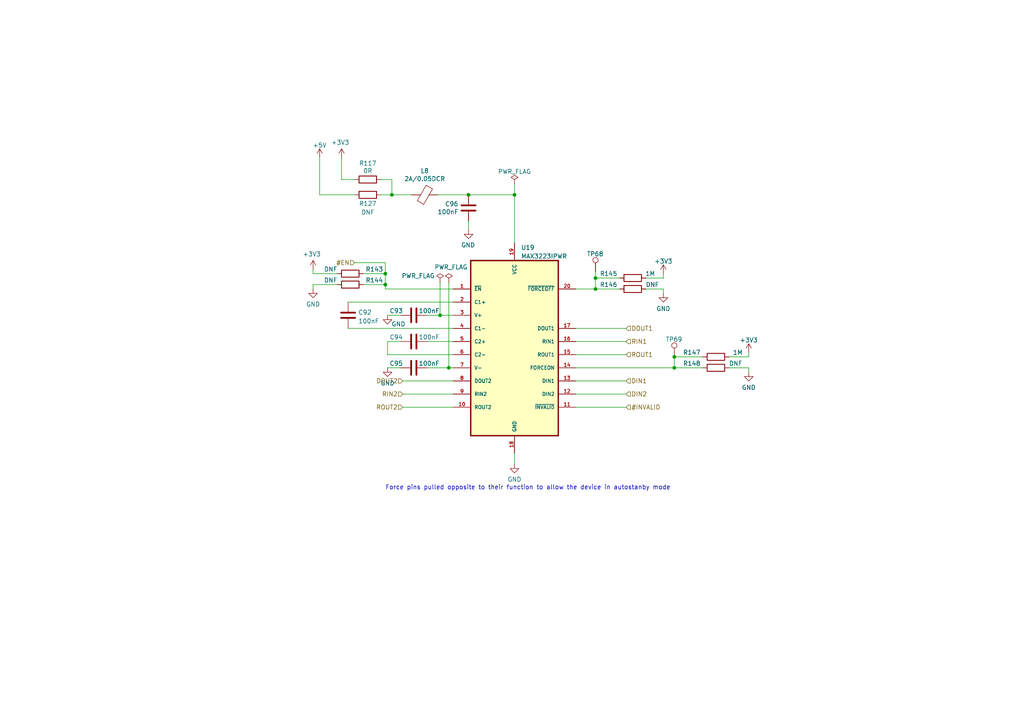
<source format=kicad_sch>
(kicad_sch (version 20230121) (generator eeschema)
  (paper "A4")
  (title_block (title "Open Smart Monitor") (date "2022-09-26") (rev "C") (company "Devtank LTD") (comment 1 "Part No: 304-010"))
  (lib_symbols
    (symbol "Connector:TestPoint" (pin_numbers hide) (pin_names (offset 0.762) hide)
      (property "Reference" "TP" (at 0 6.858 0))
      (property "Value" "TestPoint" (at 0 5.08 0))
      (symbol "TestPoint_0_1"
        (circle (center 0 3.302) (radius 0.762))
      )
      (symbol "TestPoint_1_1"
        (pin passive line (at 0 0 90) (length 2.54) (name "1") (number "1"))
      )
    )
    (symbol "Device:C" (pin_numbers hide) (pin_names (offset 0.254))
      (property "Reference" "C" (at 0.635 2.54 0))
      (property "Value" "C" (at 0.635 -2.54 0))
      (symbol "C_0_1"
        (polyline (pts (xy -2.032 -0.762) (xy 2.032 -0.762)) (stroke (width 0.508)))
        (polyline (pts (xy -2.032 0.762) (xy 2.032 0.762)) (stroke (width 0.508)))
      )
      (symbol "C_1_1"
        (pin passive line (at 0 3.81 270) (length 2.794) (name "~") (number "1"))
        (pin passive line (at 0 -3.81 90) (length 2.794) (name "~") (number "2"))
      )
    )
    (symbol "Device:FerriteBead" (pin_numbers hide) (pin_names (offset 0))
      (property "Reference" "FB" (at -3.81 0.635 90))
      (property "Value" "FerriteBead" (at 3.81 0 90))
      (symbol "FerriteBead_0_1"
        (polyline (pts (xy 0 -1.27) (xy 0 -1.2192)))
        (polyline (pts (xy 0 1.27) (xy 0 1.2954)))
        (polyline (pts (xy -2.7686 0.4064) (xy -1.7018 2.2606) (xy 2.7686 -0.3048) (xy 1.6764 -2.159) (xy -2.7686 0.4064)))
      )
      (symbol "FerriteBead_1_1"
        (pin passive line (at 0 3.81 270) (length 2.54) (name "~") (number "1"))
        (pin passive line (at 0 -3.81 90) (length 2.54) (name "~") (number "2"))
      )
    )
    (symbol "Device:R" (pin_numbers hide) (pin_names (offset 0))
      (property "Reference" "R" (at 2.032 0 90))
      (property "Value" "R" (at 0 0 90))
      (symbol "R_0_1"
        (rectangle (start -1.016 -2.54) (end 1.016 2.54) (stroke (width 0.254)))
      )
      (symbol "R_1_1"
        (pin passive line (at 0 3.81 270) (length 1.27) (name "~") (number "1"))
        (pin passive line (at 0 -3.81 90) (length 1.27) (name "~") (number "2"))
      )
    )
    (symbol "Devtank:MAX3223IPWR" (pin_names (offset 1.016))
      (property "Reference" "U" (at -16.51 29.21 0))
      (property "Value" "MAX3223IPWR" (at -16.51 26.67 0))
      (symbol "MAX3223IPWR_0_0"
        (rectangle (start -12.7 -25.4) (end 12.7 25.4) (stroke (width 0.4064)) (fill (type background)))
        (pin input line (at -17.78 17.145 0) (length 5.08) (name "~{EN}") (number "1"))
        (pin output line (at -17.78 -17.145 0) (length 5.08) (name "ROUT2") (number "10"))
        (pin input line (at 17.78 -17.145 180) (length 5.08) (name "~{INVALID}") (number "11"))
        (pin input line (at 17.78 -13.335 180) (length 5.08) (name "DIN2") (number "12"))
        (pin input line (at 17.78 -9.525 180) (length 5.08) (name "DIN1") (number "13"))
        (pin input line (at 17.78 -5.715 180) (length 5.08) (name "FORCEON") (number "14"))
        (pin output line (at 17.78 -1.905 180) (length 5.08) (name "ROUT1") (number "15"))
        (pin input line (at 17.78 1.905 180) (length 5.08) (name "RIN1") (number "16"))
        (pin output line (at 17.78 5.715 180) (length 5.08) (name "DOUT1") (number "17"))
        (pin power_in line (at 0 -30.48 90) (length 5.08) (name "GND") (number "18"))
        (pin power_in line (at 0 30.48 270) (length 5.08) (name "VCC") (number "19"))
        (pin input line (at -17.78 13.335 0) (length 5.08) (name "C1+") (number "2"))
        (pin input line (at 17.78 17.145 180) (length 5.08) (name "~{FORCEOFF}") (number "20"))
        (pin power_in line (at -17.78 9.525 0) (length 5.08) (name "V+") (number "3"))
        (pin input line (at -17.78 5.715 0) (length 5.08) (name "C1-") (number "4"))
        (pin input line (at -17.78 1.905 0) (length 5.08) (name "C2+") (number "5"))
        (pin input line (at -17.78 -1.905 0) (length 5.08) (name "C2-") (number "6"))
        (pin power_in line (at -17.78 -5.715 0) (length 5.08) (name "V-") (number "7"))
        (pin output line (at -17.78 -9.525 0) (length 5.08) (name "DOUT2") (number "8"))
        (pin input line (at -17.78 -13.335 0) (length 5.08) (name "RIN2") (number "9"))
      )
    )
    (symbol "OSM_env01:+5V" (power) (pin_names (offset 0))
      (property "Value" "+5V" (at 0 3.556 0))
      (symbol "+5V_0_1"
        (polyline (pts (xy -0.762 1.27) (xy 0 2.54)))
        (polyline (pts (xy 0 0) (xy 0 2.54)))
        (polyline (pts (xy 0 2.54) (xy 0.762 1.27)))
      )
      (symbol "+5V_1_1"
        (pin power_in line (at 0 0 90) (length 0) hide (name "+5V") (number "1"))
      )
    )
    (symbol "OSM_env01:GND" (power) (pin_names (offset 0))
      (property "Value" "GND" (at 0 -3.81 0))
      (symbol "GND_0_1"
        (polyline (pts (xy 0 0) (xy 0 -1.27) (xy 1.27 -1.27) (xy 0 -2.54) (xy -1.27 -1.27) (xy 0 -1.27)))
      )
      (symbol "GND_1_1"
        (pin power_in line (at 0 0 270) (length 0) hide (name "GND") (number "1"))
      )
    )
    (symbol "power:+3V3" (power) (pin_names (offset 0))
      (property "Value" "+3V3" (at 0 3.556 0))
      (symbol "+3V3_0_1"
        (polyline (pts (xy -0.762 1.27) (xy 0 2.54)))
        (polyline (pts (xy 0 0) (xy 0 2.54)))
        (polyline (pts (xy 0 2.54) (xy 0.762 1.27)))
      )
      (symbol "+3V3_1_1"
        (pin power_in line (at 0 0 90) (length 0) hide (name "+3V3") (number "1"))
      )
    )
    (symbol "power:GND" (power) (pin_names (offset 0))
      (property "Value" "GND" (at 0 -3.81 0))
      (symbol "GND_0_1"
        (polyline (pts (xy 0 0) (xy 0 -1.27) (xy 1.27 -1.27) (xy 0 -2.54) (xy -1.27 -1.27) (xy 0 -1.27)))
      )
      (symbol "GND_1_1"
        (pin power_in line (at 0 0 270) (length 0) hide (name "GND") (number "1"))
      )
    )
    (symbol "power:PWR_FLAG" (power) (pin_numbers hide) (pin_names (offset 0) hide)
      (property "Value" "PWR_FLAG" (at 0 3.81 0))
      (symbol "PWR_FLAG_0_0"
        (pin power_out line (at 0 0 90) (length 0) (name "pwr") (number "1"))
      )
      (symbol "PWR_FLAG_0_1"
        (polyline (pts (xy 0 0) (xy 0 1.27) (xy -1.016 1.905) (xy 0 2.54) (xy 1.016 1.905) (xy 0 1.27)))
      )
    )
  )
  (junction (at 111.76 82.55))
  (junction (at 113.665 56.515))
  (junction (at 149.225 56.515))
  (junction (at 111.76 79.375))
  (junction (at 127.635 91.44))
  (junction (at 195.58 106.68))
  (junction (at 195.58 103.505))
  (junction (at 135.89 56.515))
  (junction (at 172.72 83.82))
  (junction (at 130.175 106.68))
  (junction (at 172.72 80.645))
  (wire (pts (xy 113.665 52.07) (xy 113.665 56.515)))
  (wire (pts (xy 172.72 80.645) (xy 179.705 80.645)))
  (wire (pts (xy 172.72 80.645) (xy 172.72 78.74)))
  (wire (pts (xy 192.405 83.82) (xy 192.405 85.09)))
  (wire (pts (xy 149.225 56.515) (xy 135.89 56.515)))
  (wire (pts (xy 187.325 83.82) (xy 192.405 83.82)))
  (wire (pts (xy 135.89 64.135) (xy 135.89 66.675)))
  (wire (pts (xy 167.005 118.11) (xy 181.61 118.11)))
  (wire (pts (xy 90.805 79.375) (xy 97.79 79.375)))
  (wire (pts (xy 112.395 102.87) (xy 131.445 102.87)))
  (wire (pts (xy 167.005 106.68) (xy 195.58 106.68)))
  (wire (pts (xy 187.325 80.645) (xy 192.405 80.645)))
  (wire (pts (xy 127.635 91.44) (xy 131.445 91.44)))
  (wire (pts (xy 112.395 106.68) (xy 116.205 106.68)))
  (wire (pts (xy 211.455 106.68) (xy 217.17 106.68)))
  (wire (pts (xy 195.58 106.68) (xy 203.835 106.68)))
  (wire (pts (xy 112.395 99.06) (xy 116.205 99.06)))
  (wire (pts (xy 112.395 102.87) (xy 112.395 99.06)))
  (wire (pts (xy 90.805 82.55) (xy 97.79 82.55)))
  (wire (pts (xy 102.87 56.515) (xy 92.71 56.515)))
  (wire (pts (xy 179.705 83.82) (xy 172.72 83.82)))
  (wire (pts (xy 105.41 79.375) (xy 111.76 79.375)))
  (wire (pts (xy 172.72 80.645) (xy 172.72 83.82)))
  (wire (pts (xy 130.175 106.68) (xy 131.445 106.68)))
  (wire (pts (xy 181.61 95.25) (xy 167.005 95.25)))
  (wire (pts (xy 116.84 110.49) (xy 131.445 110.49)))
  (wire (pts (xy 181.61 102.87) (xy 167.005 102.87)))
  (wire (pts (xy 90.805 79.375) (xy 90.805 78.105)))
  (wire (pts (xy 113.665 52.07) (xy 110.49 52.07)))
  (wire (pts (xy 195.58 103.505) (xy 203.835 103.505)))
  (wire (pts (xy 131.445 87.63) (xy 100.965 87.63)))
  (wire (pts (xy 181.61 110.49) (xy 167.005 110.49)))
  (wire (pts (xy 110.49 56.515) (xy 113.665 56.515)))
  (wire (pts (xy 116.84 118.11) (xy 131.445 118.11)))
  (wire (pts (xy 217.17 106.68) (xy 217.17 107.95)))
  (wire (pts (xy 167.005 83.82) (xy 172.72 83.82)))
  (wire (pts (xy 127 56.515) (xy 135.89 56.515)))
  (wire (pts (xy 90.805 82.55) (xy 90.805 83.82)))
  (wire (pts (xy 123.825 99.06) (xy 131.445 99.06)))
  (wire (pts (xy 195.58 103.505) (xy 195.58 106.68)))
  (wire (pts (xy 105.41 82.55) (xy 111.76 82.55)))
  (wire (pts (xy 111.76 82.55) (xy 111.76 79.375)))
  (wire (pts (xy 111.76 83.82) (xy 111.76 82.55)))
  (wire (pts (xy 123.825 106.68) (xy 130.175 106.68)))
  (wire (pts (xy 181.61 114.3) (xy 167.005 114.3)))
  (wire (pts (xy 92.71 45.72) (xy 92.71 56.515)))
  (wire (pts (xy 123.825 91.44) (xy 127.635 91.44)))
  (wire (pts (xy 217.17 103.505) (xy 217.17 102.235)))
  (wire (pts (xy 211.455 103.505) (xy 217.17 103.505)))
  (wire (pts (xy 131.445 95.25) (xy 100.965 95.25)))
  (wire (pts (xy 102.87 52.07) (xy 99.06 52.07)))
  (wire (pts (xy 112.395 91.44) (xy 116.205 91.44)))
  (wire (pts (xy 127.635 81.915) (xy 127.635 91.44)))
  (wire (pts (xy 111.76 76.2) (xy 111.76 79.375)))
  (wire (pts (xy 116.84 114.3) (xy 131.445 114.3)))
  (wire (pts (xy 192.405 80.645) (xy 192.405 79.375)))
  (wire (pts (xy 130.175 81.915) (xy 130.175 106.68)))
  (wire (pts (xy 99.06 45.72) (xy 99.06 52.07)))
  (wire (pts (xy 181.61 99.06) (xy 167.005 99.06)))
  (wire (pts (xy 111.76 83.82) (xy 131.445 83.82)))
  (wire (pts (xy 149.225 53.34) (xy 149.225 56.515)))
  (wire (pts (xy 102.87 76.2) (xy 111.76 76.2)))
  (wire (pts (xy 149.225 70.485) (xy 149.225 56.515)))
  (wire (pts (xy 149.225 131.445) (xy 149.225 134.62)))
  (wire (pts (xy 119.38 56.515) (xy 113.665 56.515)))
  (text "Force pins pulled opposite to their function to allow the device in autostanby mode" (at 111.76 142.24 0) (effects (font (size 1.27 1.27)) (justify left bottom)))
  (hierarchical_label "DOUT1" (shape input) (at 181.61 95.25 0))
  (hierarchical_label "DOUT2" (shape input) (at 116.84 110.49 180))
  (hierarchical_label "RIN2" (shape input) (at 116.84 114.3 180))
  (hierarchical_label "#INVALID" (shape input) (at 181.61 118.11 0))
  (hierarchical_label "#EN" (shape input) (at 102.87 76.2 180))
  (hierarchical_label "DIN1" (shape input) (at 181.61 110.49 0))
  (hierarchical_label "ROUT2" (shape input) (at 116.84 118.11 180))
  (hierarchical_label "ROUT1" (shape input) (at 181.61 102.87 0))
  (hierarchical_label "DIN2" (shape input) (at 181.61 114.3 0))
  (hierarchical_label "RIN1" (shape input) (at 181.61 99.06 0))
  (symbol (lib_id "power:PWR_FLAG") (at 127.635 81.915 0) (unit 1)
    (property "Reference" "#FLG03" (effects hide))
    (property "Value" "PWR_FLAG" (at 121.285 80.01 0))
  )
  (symbol (lib_id "Device:FerriteBead") (at 123.19 56.515 270) (unit 1)
    (property "Reference" "L8" (at 123.19 49.5554 90))
    (property "Value" "2A/0.05DCR" (at 123.19 51.8668 90))
    (property "Footprint" "Inductor_SMD:L_0402_1005Metric" (effects hide))
  )
  (symbol (lib_id "Device:R") (at 106.68 52.07 270) (mirror x) (unit 1)
    (property "Reference" "R117" (at 106.68 47.3542 90))
    (property "Value" "0R" (at 106.68 49.53 90))
    (property "Footprint" "Resistor_SMD:R_0603_1608Metric" (effects hide))
  )
  (symbol (lib_id "Device:C") (at 135.89 60.325 0) (mirror y) (unit 1)
    (property "Reference" "C96" (at 132.969 59.1566 0) (effects (justify left)))
    (property "Value" "100nF" (at 132.969 61.468 0) (effects (justify left)))
    (property "Footprint" "Capacitor_SMD:C_0402_1005Metric" (effects hide))
  )
  (symbol (lib_id "Devtank:MAX3223IPWR") (at 149.225 100.965 0) (unit 1)
    (property "Reference" "U19" (at 151.1047 71.789 0) (effects (justify left)))
    (property "Value" "MAX3223IPWR" (at 151.1047 74.3259 0) (effects (justify left)))
    (property "Footprint" "Package_SO:TSSOP-20_4.4x6.5mm_P0.65mm" (effects hide))
  )
  (symbol (lib_id "Device:R") (at 101.6 82.55 270) (mirror x) (unit 1)
    (property "Reference" "R144" (at 108.585 81.28 90))
    (property "Value" "DNF" (at 95.885 81.28 90))
    (property "Footprint" "Resistor_SMD:R_0603_1608Metric" (effects hide))
  )
  (symbol (lib_id "Device:C") (at 100.965 91.44 0) (unit 1)
    (property "Reference" "C92" (at 103.886 90.6053 0) (effects (justify left)))
    (property "Value" "100nF" (at 103.886 93.1422 0) (effects (justify left)))
    (property "Footprint" "Capacitor_SMD:C_0402_1005Metric" (effects hide))
  )
  (symbol (lib_id "OSM_env01:+5V") (at 92.71 45.72 0) (mirror y) (unit 1)
    (property "Reference" "#PWR062" (effects hide))
    (property "Value" "+5V" (at 92.71 42.1442 0))
  )
  (symbol (lib_id "Connector:TestPoint") (at 172.72 78.74 0) (unit 1)
    (property "Reference" "TP68" (at 170.18 73.66 0) (effects (justify left)))
    (property "Value" "Test_Point" (effects hide))
    (property "Footprint" "TestPoint:TestPoint_THTPad_D1.0mm_Drill0.5mm" (effects hide))
  )
  (symbol (lib_id "power:+3V3") (at 99.06 45.72 0) (mirror y) (unit 1)
    (property "Reference" "#PWR071" (effects hide))
    (property "Value" "+3V3" (at 98.679 41.3258 0))
  )
  (symbol (lib_id "power:+3V3") (at 192.405 79.375 0) (unit 1)
    (property "Reference" "#PWR0174" (effects hide))
    (property "Value" "+3V3" (at 192.405 75.7992 0))
  )
  (symbol (lib_id "power:+3V3") (at 90.805 78.105 0) (mirror y) (unit 1)
    (property "Reference" "#PWR0128" (effects hide))
    (property "Value" "+3V3" (at 90.424 73.7108 0))
  )
  (symbol (lib_id "power:GND") (at 112.395 91.44 0) (unit 1)
    (property "Reference" "#PWR0169" (effects hide))
    (property "Value" "GND" (at 115.57 93.98 0))
  )
  (symbol (lib_id "Device:R") (at 106.68 56.515 270) (mirror x) (unit 1)
    (property "Reference" "R127" (at 106.68 59.055 90))
    (property "Value" "DNF" (at 106.68 61.595 90))
    (property "Footprint" "Resistor_SMD:R_0603_1608Metric" (effects hide))
  )
  (symbol (lib_id "Device:R") (at 183.515 80.645 90) (unit 1)
    (property "Reference" "R145" (at 176.53 79.375 90))
    (property "Value" "1M" (at 188.595 79.375 90))
    (property "Footprint" "Resistor_SMD:R_0603_1608Metric" (effects hide))
  )
  (symbol (lib_id "Device:R") (at 207.645 103.505 90) (unit 1)
    (property "Reference" "R147" (at 200.66 102.235 90))
    (property "Value" "1M" (at 213.995 102.235 90))
    (property "Footprint" "Resistor_SMD:R_0603_1608Metric" (effects hide))
  )
  (symbol (lib_id "OSM_env01:GND") (at 149.225 134.62 0) (unit 1)
    (property "Reference" "#PWR0172" (effects hide))
    (property "Value" "~" (at 149.225 139.0634 0))
  )
  (symbol (lib_id "Device:C") (at 120.015 91.44 90) (unit 1)
    (property "Reference" "C93" (at 114.935 90.17 90))
    (property "Value" "100nF" (at 124.46 90.17 90))
    (property "Footprint" "Capacitor_SMD:C_0402_1005Metric" (effects hide))
  )
  (symbol (lib_id "OSM_env01:GND") (at 112.395 106.68 0) (unit 1)
    (property "Reference" "#PWR0170" (effects hide))
    (property "Value" "~" (at 112.395 111.1234 0))
  )
  (symbol (lib_id "Device:C") (at 120.015 99.06 90) (unit 1)
    (property "Reference" "C94" (at 114.935 97.79 90))
    (property "Value" "100nF" (at 124.46 97.79 90))
    (property "Footprint" "Capacitor_SMD:C_0402_1005Metric" (effects hide))
  )
  (symbol (lib_id "power:PWR_FLAG") (at 149.225 53.34 0) (unit 1)
    (property "Reference" "#FLG0106" (effects hide))
    (property "Value" "PWR_FLAG" (at 149.225 49.7642 0))
  )
  (symbol (lib_id "Device:C") (at 120.015 106.68 90) (unit 1)
    (property "Reference" "C95" (at 114.935 105.41 90))
    (property "Value" "100nF" (at 124.46 105.41 90))
    (property "Footprint" "Capacitor_SMD:C_0402_1005Metric" (effects hide))
  )
  (symbol (lib_id "power:PWR_FLAG") (at 130.175 81.915 0) (unit 1)
    (property "Reference" "#FLG06" (effects hide))
    (property "Value" "PWR_FLAG" (at 130.81 77.47 0))
  )
  (symbol (lib_id "power:GND") (at 192.405 85.09 0) (unit 1)
    (property "Reference" "#PWR0175" (effects hide))
    (property "Value" "GND" (at 192.405 89.5334 0))
  )
  (symbol (lib_id "OSM_env01:GND") (at 217.17 107.95 0) (unit 1)
    (property "Reference" "#PWR0177" (effects hide))
    (property "Value" "~" (at 217.17 112.3934 0))
  )
  (symbol (lib_id "Device:R") (at 207.645 106.68 90) (unit 1)
    (property "Reference" "R148" (at 200.66 105.41 90))
    (property "Value" "DNF" (at 213.36 105.41 90))
    (property "Footprint" "Resistor_SMD:R_0603_1608Metric" (effects hide))
  )
  (symbol (lib_id "Device:R") (at 101.6 79.375 270) (mirror x) (unit 1)
    (property "Reference" "R143" (at 108.585 78.105 90))
    (property "Value" "DNF" (at 95.885 78.105 90))
    (property "Footprint" "Resistor_SMD:R_0603_1608Metric" (effects hide))
  )
  (symbol (lib_id "Device:R") (at 183.515 83.82 90) (unit 1)
    (property "Reference" "R146" (at 176.53 82.55 90))
    (property "Value" "DNF" (at 189.23 82.55 90))
    (property "Footprint" "Resistor_SMD:R_0603_1608Metric" (effects hide))
  )
  (symbol (lib_id "power:GND") (at 135.89 66.675 0) (mirror y) (unit 1)
    (property "Reference" "#PWR0173" (effects hide))
    (property "Value" "GND" (at 135.763 71.0692 0))
  )
  (symbol (lib_id "Connector:TestPoint") (at 195.58 103.505 0) (unit 1)
    (property "Reference" "TP69" (at 193.04 98.425 0) (effects (justify left)))
    (property "Value" "Test_Point" (effects hide))
    (property "Footprint" "TestPoint:TestPoint_THTPad_D1.0mm_Drill0.5mm" (effects hide))
  )
  (symbol (lib_id "OSM_env01:GND") (at 90.805 83.82 0) (mirror y) (unit 1)
    (property "Reference" "#PWR0168" (effects hide))
    (property "Value" "~" (at 90.805 88.2634 0))
  )
  (symbol (lib_id "power:+3V3") (at 217.17 102.235 0) (unit 1)
    (property "Reference" "#PWR0130" (effects hide))
    (property "Value" "+3V3" (at 217.17 98.6592 0))
  )
)
</source>
